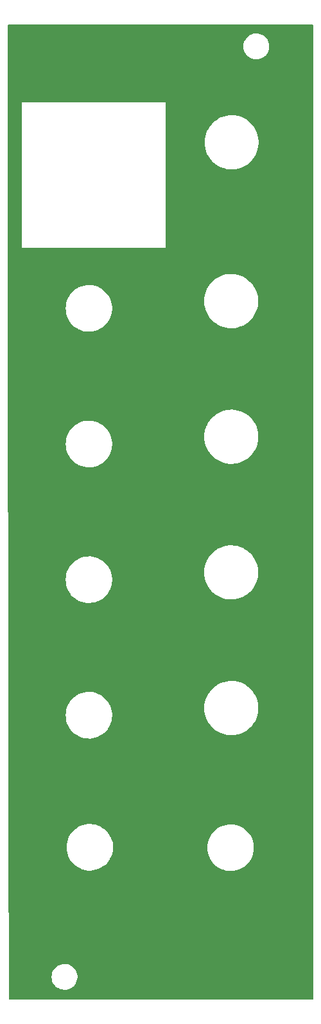
<source format=gbr>
%TF.GenerationSoftware,KiCad,Pcbnew,8.0.5*%
%TF.CreationDate,2024-10-13T13:29:01-04:00*%
%TF.ProjectId,2024.10.10 Bing Bong Drum Module FACEPLATE,32303234-2e31-4302-9e31-302042696e67,rev?*%
%TF.SameCoordinates,Original*%
%TF.FileFunction,Copper,L2,Bot*%
%TF.FilePolarity,Positive*%
%FSLAX46Y46*%
G04 Gerber Fmt 4.6, Leading zero omitted, Abs format (unit mm)*
G04 Created by KiCad (PCBNEW 8.0.5) date 2024-10-13 13:29:01*
%MOMM*%
%LPD*%
G01*
G04 APERTURE LIST*
G04 APERTURE END LIST*
%TA.AperFunction,NonConductor*%
G36*
X168243439Y-35743685D02*
G01*
X168289194Y-35796489D01*
X168300400Y-35848000D01*
X168300400Y-163870000D01*
X168280715Y-163937039D01*
X168227911Y-163982794D01*
X168176400Y-163994000D01*
X128292155Y-163994000D01*
X128225116Y-163974315D01*
X128179361Y-163921511D01*
X128168155Y-163870246D01*
X128162471Y-160999997D01*
X133797499Y-160999997D01*
X133797499Y-161000000D01*
X133817451Y-161259884D01*
X133817451Y-161259889D01*
X133876840Y-161513677D01*
X133876841Y-161513682D01*
X133974277Y-161755435D01*
X133974281Y-161755441D01*
X134107474Y-161979481D01*
X134273311Y-162180570D01*
X134374794Y-162271011D01*
X134467899Y-162353986D01*
X134467907Y-162353993D01*
X134686676Y-162495666D01*
X134686684Y-162495670D01*
X134924523Y-162602291D01*
X134924525Y-162602292D01*
X135034861Y-162632612D01*
X135175859Y-162671360D01*
X135434790Y-162701252D01*
X135695249Y-162691269D01*
X135951131Y-162641643D01*
X135951134Y-162641642D01*
X136196435Y-162553541D01*
X136196436Y-162553540D01*
X136196440Y-162553539D01*
X136425425Y-162429021D01*
X136632718Y-162271008D01*
X136813461Y-162083204D01*
X136963419Y-161870010D01*
X137079074Y-161636424D01*
X137157718Y-161387921D01*
X137197506Y-161130325D01*
X137200000Y-161000000D01*
X137197506Y-160869675D01*
X137157718Y-160612079D01*
X137079074Y-160363576D01*
X136963419Y-160129990D01*
X136813461Y-159916796D01*
X136632718Y-159728992D01*
X136425425Y-159570979D01*
X136295500Y-159500328D01*
X136196435Y-159446458D01*
X135951134Y-159358357D01*
X135695249Y-159308730D01*
X135434790Y-159298748D01*
X135175857Y-159328640D01*
X135175853Y-159328641D01*
X134924525Y-159397707D01*
X134924523Y-159397708D01*
X134686684Y-159504329D01*
X134686676Y-159504333D01*
X134467907Y-159646006D01*
X134467899Y-159646013D01*
X134273309Y-159819431D01*
X134107473Y-160020520D01*
X133974281Y-160244558D01*
X133974277Y-160244564D01*
X133876841Y-160486317D01*
X133876840Y-160486322D01*
X133817451Y-160740110D01*
X133817451Y-160740115D01*
X133797499Y-160999997D01*
X128162471Y-160999997D01*
X128128716Y-143953400D01*
X135768897Y-143953400D01*
X135788890Y-144303066D01*
X135848613Y-144648171D01*
X135848617Y-144648188D01*
X135947288Y-144984233D01*
X136083623Y-145306839D01*
X136083625Y-145306843D01*
X136083627Y-145306847D01*
X136112311Y-145357639D01*
X136255851Y-145611817D01*
X136255859Y-145611828D01*
X136397828Y-145807232D01*
X136461718Y-145895168D01*
X136698542Y-146153204D01*
X136893881Y-146322467D01*
X136963235Y-146382563D01*
X137252343Y-146580250D01*
X137252347Y-146580253D01*
X137252349Y-146580254D01*
X137562113Y-146743699D01*
X137857271Y-146858614D01*
X137888494Y-146870771D01*
X138227219Y-146959806D01*
X138227223Y-146959807D01*
X138573898Y-147009651D01*
X138748947Y-147014652D01*
X138923984Y-147019653D01*
X138923991Y-147019653D01*
X138923992Y-147019652D01*
X138923996Y-147019653D01*
X139272951Y-146989681D01*
X139272966Y-146989678D01*
X139616203Y-146920129D01*
X139616208Y-146920127D01*
X139616216Y-146920126D01*
X139949314Y-146811896D01*
X140267904Y-146666401D01*
X140567832Y-146485538D01*
X140845188Y-146271664D01*
X141096356Y-146027569D01*
X141318062Y-145756433D01*
X141474773Y-145512587D01*
X141507408Y-145461807D01*
X141507411Y-145461800D01*
X141507417Y-145461792D01*
X141661950Y-145147487D01*
X141779648Y-144817616D01*
X141819047Y-144648188D01*
X141858975Y-144476483D01*
X141873044Y-144353869D01*
X141898901Y-144128520D01*
X141900675Y-144004200D01*
X154336297Y-144004200D01*
X154356290Y-144353866D01*
X154416013Y-144698971D01*
X154416017Y-144698988D01*
X154514688Y-145035033D01*
X154651023Y-145357639D01*
X154651025Y-145357643D01*
X154651027Y-145357647D01*
X154709849Y-145461807D01*
X154823251Y-145662617D01*
X154823259Y-145662628D01*
X154992209Y-145895168D01*
X155029118Y-145945968D01*
X155265942Y-146204004D01*
X155472009Y-146382563D01*
X155530635Y-146433363D01*
X155819743Y-146631050D01*
X155819747Y-146631053D01*
X155819749Y-146631054D01*
X156129513Y-146794499D01*
X156325411Y-146870769D01*
X156455894Y-146921571D01*
X156790978Y-147009649D01*
X156794623Y-147010607D01*
X157141298Y-147060451D01*
X157316347Y-147065452D01*
X157491384Y-147070453D01*
X157491391Y-147070453D01*
X157491392Y-147070452D01*
X157491396Y-147070453D01*
X157840351Y-147040481D01*
X157840366Y-147040478D01*
X158183603Y-146970929D01*
X158183608Y-146970927D01*
X158183616Y-146970926D01*
X158516714Y-146862696D01*
X158835304Y-146717201D01*
X159135232Y-146536338D01*
X159412588Y-146322464D01*
X159663756Y-146078369D01*
X159885462Y-145807233D01*
X160011049Y-145611817D01*
X160074808Y-145512607D01*
X160074811Y-145512600D01*
X160074817Y-145512592D01*
X160229350Y-145198287D01*
X160347048Y-144868416D01*
X160386447Y-144698988D01*
X160426375Y-144527283D01*
X160432204Y-144476483D01*
X160466301Y-144179320D01*
X160468800Y-144004200D01*
X160466301Y-143829080D01*
X160426376Y-143481123D01*
X160426375Y-143481121D01*
X160426375Y-143481116D01*
X160347049Y-143139988D01*
X160347048Y-143139984D01*
X160229350Y-142810113D01*
X160074817Y-142495808D01*
X160074815Y-142495805D01*
X160074808Y-142495792D01*
X159885463Y-142201169D01*
X159885462Y-142201167D01*
X159843923Y-142150367D01*
X159663756Y-141930031D01*
X159412588Y-141685936D01*
X159412584Y-141685932D01*
X159412579Y-141685928D01*
X159135238Y-141472067D01*
X159135232Y-141472062D01*
X159135223Y-141472057D01*
X159135218Y-141472053D01*
X158835309Y-141291201D01*
X158835299Y-141291196D01*
X158516720Y-141145706D01*
X158183625Y-141037476D01*
X158183603Y-141037470D01*
X157840366Y-140967921D01*
X157840344Y-140967918D01*
X157491387Y-140937946D01*
X157141310Y-140947948D01*
X157141300Y-140947948D01*
X157141298Y-140947949D01*
X157141293Y-140947949D01*
X157141290Y-140947950D01*
X156794619Y-140997793D01*
X156455894Y-141086828D01*
X156129522Y-141213897D01*
X156129508Y-141213903D01*
X155819747Y-141377346D01*
X155819743Y-141377349D01*
X155530635Y-141575036D01*
X155265938Y-141804399D01*
X155029115Y-142062435D01*
X155029114Y-142062436D01*
X154823259Y-142345771D01*
X154823251Y-142345782D01*
X154651023Y-142650760D01*
X154514688Y-142973366D01*
X154416017Y-143309411D01*
X154416013Y-143309428D01*
X154356290Y-143654533D01*
X154336297Y-144004200D01*
X141900675Y-144004200D01*
X141901400Y-143953400D01*
X141898901Y-143778280D01*
X141858976Y-143430323D01*
X141858975Y-143430321D01*
X141858975Y-143430316D01*
X141779649Y-143089188D01*
X141738324Y-142973366D01*
X141661950Y-142759313D01*
X141507417Y-142445008D01*
X141507415Y-142445005D01*
X141507408Y-142444992D01*
X141318063Y-142150369D01*
X141318062Y-142150367D01*
X141246161Y-142062436D01*
X141096356Y-141879231D01*
X140845188Y-141635136D01*
X140845184Y-141635132D01*
X140845179Y-141635128D01*
X140567838Y-141421267D01*
X140567832Y-141421262D01*
X140567823Y-141421257D01*
X140567818Y-141421253D01*
X140267909Y-141240401D01*
X140267899Y-141240396D01*
X139949320Y-141094906D01*
X139616225Y-140986676D01*
X139616203Y-140986670D01*
X139272966Y-140917121D01*
X139272944Y-140917118D01*
X138923987Y-140887146D01*
X138573910Y-140897148D01*
X138573900Y-140897148D01*
X138573898Y-140897149D01*
X138573893Y-140897149D01*
X138573890Y-140897150D01*
X138227219Y-140946993D01*
X137888494Y-141036028D01*
X137562122Y-141163097D01*
X137562108Y-141163103D01*
X137252347Y-141326546D01*
X137252343Y-141326549D01*
X136963235Y-141524236D01*
X136698538Y-141753599D01*
X136461715Y-142011635D01*
X136461714Y-142011636D01*
X136255859Y-142294971D01*
X136255851Y-142294982D01*
X136083623Y-142599960D01*
X135947288Y-142922566D01*
X135848617Y-143258611D01*
X135848613Y-143258628D01*
X135788890Y-143603733D01*
X135768897Y-143953400D01*
X128128716Y-143953400D01*
X128094333Y-126590000D01*
X135651097Y-126590000D01*
X135671090Y-126939666D01*
X135730813Y-127284771D01*
X135730817Y-127284788D01*
X135829488Y-127620833D01*
X135965823Y-127943439D01*
X135965825Y-127943443D01*
X135965827Y-127943447D01*
X136031584Y-128059887D01*
X136138051Y-128248417D01*
X136138059Y-128248428D01*
X136281635Y-128446044D01*
X136343918Y-128531768D01*
X136580742Y-128789804D01*
X136738852Y-128926808D01*
X136845435Y-129019163D01*
X137134543Y-129216850D01*
X137134547Y-129216853D01*
X137134549Y-129216854D01*
X137444313Y-129380299D01*
X137739471Y-129495214D01*
X137770694Y-129507371D01*
X138109419Y-129596406D01*
X138109423Y-129596407D01*
X138456098Y-129646251D01*
X138631147Y-129651252D01*
X138806184Y-129656253D01*
X138806191Y-129656253D01*
X138806192Y-129656252D01*
X138806196Y-129656253D01*
X139155151Y-129626281D01*
X139155166Y-129626278D01*
X139498403Y-129556729D01*
X139498408Y-129556727D01*
X139498416Y-129556726D01*
X139831514Y-129448496D01*
X140150104Y-129303001D01*
X140450032Y-129122138D01*
X140727388Y-128908264D01*
X140978556Y-128664169D01*
X141200262Y-128393033D01*
X141326900Y-128195981D01*
X141389608Y-128098407D01*
X141389611Y-128098400D01*
X141389617Y-128098392D01*
X141544150Y-127784087D01*
X141661848Y-127454216D01*
X141684980Y-127354736D01*
X141741175Y-127113083D01*
X141761133Y-126939145D01*
X141781101Y-126765120D01*
X141783600Y-126590000D01*
X141781101Y-126414880D01*
X141741176Y-126066923D01*
X141741175Y-126066921D01*
X141741175Y-126066916D01*
X141661849Y-125725788D01*
X141631238Y-125639994D01*
X153935870Y-125639994D01*
X153935870Y-125640000D01*
X153956079Y-126019191D01*
X153956082Y-126019218D01*
X154016483Y-126394111D01*
X154016483Y-126394114D01*
X154116394Y-126760471D01*
X154116396Y-126760478D01*
X154254683Y-127114147D01*
X154254684Y-127114148D01*
X154429780Y-127451113D01*
X154639697Y-127767552D01*
X154639704Y-127767561D01*
X154882061Y-128059887D01*
X154882074Y-128059901D01*
X155154144Y-128324822D01*
X155452823Y-128559316D01*
X155452833Y-128559323D01*
X155774744Y-128760741D01*
X155774748Y-128760743D01*
X155774750Y-128760744D01*
X156116258Y-128926808D01*
X156473483Y-129055632D01*
X156473488Y-129055633D01*
X156473493Y-129055635D01*
X156842368Y-129145753D01*
X156842370Y-129145753D01*
X156842377Y-129145755D01*
X157218761Y-129196157D01*
X157598370Y-129206266D01*
X157976902Y-129175967D01*
X158350070Y-129105605D01*
X158713645Y-128995976D01*
X159063507Y-128848323D01*
X159395693Y-128664318D01*
X159395694Y-128664316D01*
X159395698Y-128664315D01*
X159584399Y-128531768D01*
X159706438Y-128446046D01*
X159992221Y-128195981D01*
X160249806Y-127916955D01*
X160476272Y-127612131D01*
X160669055Y-127284961D01*
X160825970Y-126939154D01*
X160945238Y-126578626D01*
X161025509Y-126207464D01*
X161065874Y-125829872D01*
X161068400Y-125640000D01*
X161065874Y-125450128D01*
X161025509Y-125072536D01*
X160945238Y-124701374D01*
X160825970Y-124340846D01*
X160669055Y-123995039D01*
X160476272Y-123667869D01*
X160249806Y-123363045D01*
X159992221Y-123084019D01*
X159992219Y-123084017D01*
X159992217Y-123084015D01*
X159706439Y-122833955D01*
X159706431Y-122833949D01*
X159395697Y-122615684D01*
X159395698Y-122615684D01*
X159063510Y-122431678D01*
X158713645Y-122284023D01*
X158350076Y-122174396D01*
X157976908Y-122104034D01*
X157976906Y-122104033D01*
X157976902Y-122104033D01*
X157598370Y-122073734D01*
X157598365Y-122073734D01*
X157598364Y-122073734D01*
X157218770Y-122083842D01*
X157218762Y-122083842D01*
X157218761Y-122083843D01*
X157218754Y-122083844D01*
X156842381Y-122134244D01*
X156842368Y-122134246D01*
X156473493Y-122224364D01*
X156116260Y-122353191D01*
X155774748Y-122519256D01*
X155774744Y-122519258D01*
X155452833Y-122720676D01*
X155452823Y-122720683D01*
X155154144Y-122955177D01*
X154882074Y-123220098D01*
X154882061Y-123220112D01*
X154639704Y-123512438D01*
X154639697Y-123512447D01*
X154429780Y-123828886D01*
X154257290Y-124160836D01*
X154254683Y-124165853D01*
X154117839Y-124515831D01*
X154116395Y-124519525D01*
X154116394Y-124519528D01*
X154016483Y-124885885D01*
X154016483Y-124885888D01*
X153956082Y-125260781D01*
X153956079Y-125260808D01*
X153935870Y-125639994D01*
X141631238Y-125639994D01*
X141544150Y-125395913D01*
X141389617Y-125081608D01*
X141389615Y-125081605D01*
X141389608Y-125081592D01*
X141200263Y-124786969D01*
X141200262Y-124786967D01*
X141130262Y-124701360D01*
X140978556Y-124515831D01*
X140727388Y-124271736D01*
X140727384Y-124271732D01*
X140727379Y-124271728D01*
X140450038Y-124057867D01*
X140450032Y-124057862D01*
X140450023Y-124057857D01*
X140450018Y-124057853D01*
X140150109Y-123877001D01*
X140150099Y-123876996D01*
X139831520Y-123731506D01*
X139498425Y-123623276D01*
X139498403Y-123623270D01*
X139155166Y-123553721D01*
X139155144Y-123553718D01*
X138806187Y-123523746D01*
X138456110Y-123533748D01*
X138456100Y-123533748D01*
X138456098Y-123533749D01*
X138456093Y-123533749D01*
X138456090Y-123533750D01*
X138109419Y-123583593D01*
X137770694Y-123672628D01*
X137444322Y-123799697D01*
X137444308Y-123799703D01*
X137134547Y-123963146D01*
X137134543Y-123963149D01*
X136845435Y-124160836D01*
X136580738Y-124390199D01*
X136343915Y-124648235D01*
X136343914Y-124648236D01*
X136138059Y-124931571D01*
X136138051Y-124931582D01*
X135965823Y-125236560D01*
X135829488Y-125559166D01*
X135730817Y-125895211D01*
X135730813Y-125895228D01*
X135671090Y-126240333D01*
X135651097Y-126590000D01*
X128094333Y-126590000D01*
X128059001Y-108747332D01*
X135651097Y-108747332D01*
X135671090Y-109096998D01*
X135730813Y-109442103D01*
X135730817Y-109442120D01*
X135829488Y-109778165D01*
X135965823Y-110100771D01*
X135965825Y-110100775D01*
X135965827Y-110100779D01*
X136030417Y-110215153D01*
X136138051Y-110405749D01*
X136138059Y-110405760D01*
X136280134Y-110601310D01*
X136343918Y-110689100D01*
X136580742Y-110947136D01*
X136736468Y-111082074D01*
X136845435Y-111176495D01*
X137134543Y-111374182D01*
X137134547Y-111374185D01*
X137134549Y-111374186D01*
X137444313Y-111537631D01*
X137739471Y-111652546D01*
X137770694Y-111664703D01*
X138109419Y-111753738D01*
X138109423Y-111753739D01*
X138456098Y-111803583D01*
X138631147Y-111808584D01*
X138806184Y-111813585D01*
X138806191Y-111813585D01*
X138806192Y-111813584D01*
X138806196Y-111813585D01*
X139155151Y-111783613D01*
X139155166Y-111783610D01*
X139498403Y-111714061D01*
X139498408Y-111714059D01*
X139498416Y-111714058D01*
X139831514Y-111605828D01*
X140150104Y-111460333D01*
X140450032Y-111279470D01*
X140727388Y-111065596D01*
X140978556Y-110821501D01*
X141200262Y-110550365D01*
X141328228Y-110351247D01*
X141389608Y-110255739D01*
X141389611Y-110255732D01*
X141389617Y-110255724D01*
X141544150Y-109941419D01*
X141661848Y-109611548D01*
X141701247Y-109442120D01*
X141741175Y-109270415D01*
X141761370Y-109094411D01*
X141781101Y-108922452D01*
X141783600Y-108747332D01*
X141781101Y-108572212D01*
X141741176Y-108224255D01*
X141741175Y-108224253D01*
X141741175Y-108224248D01*
X141661849Y-107883120D01*
X141630503Y-107795266D01*
X141630501Y-107795260D01*
X153912470Y-107795260D01*
X153912470Y-107795266D01*
X153932679Y-108174457D01*
X153932682Y-108174484D01*
X153993083Y-108549377D01*
X153993083Y-108549380D01*
X154092994Y-108915737D01*
X154092996Y-108915744D01*
X154231283Y-109269413D01*
X154406380Y-109606379D01*
X154616297Y-109922818D01*
X154616304Y-109922827D01*
X154858661Y-110215153D01*
X154858674Y-110215167D01*
X155130744Y-110480088D01*
X155429423Y-110714582D01*
X155429433Y-110714589D01*
X155751344Y-110916007D01*
X155751348Y-110916009D01*
X155751350Y-110916010D01*
X156092858Y-111082074D01*
X156450083Y-111210898D01*
X156450088Y-111210899D01*
X156450093Y-111210901D01*
X156818968Y-111301019D01*
X156818970Y-111301019D01*
X156818977Y-111301021D01*
X157195361Y-111351423D01*
X157574970Y-111361532D01*
X157953502Y-111331233D01*
X158326670Y-111260871D01*
X158690245Y-111151242D01*
X159040107Y-111003589D01*
X159372293Y-110819584D01*
X159372294Y-110819582D01*
X159372298Y-110819581D01*
X159521780Y-110714582D01*
X159683038Y-110601312D01*
X159968821Y-110351247D01*
X160226406Y-110072221D01*
X160452872Y-109767397D01*
X160645655Y-109440227D01*
X160802570Y-109094420D01*
X160921838Y-108733892D01*
X161002109Y-108362730D01*
X161042474Y-107985138D01*
X161045000Y-107795266D01*
X161042474Y-107605394D01*
X161002109Y-107227802D01*
X160921838Y-106856640D01*
X160802570Y-106496112D01*
X160645655Y-106150305D01*
X160452872Y-105823135D01*
X160421275Y-105780606D01*
X160369600Y-105711051D01*
X160226406Y-105518311D01*
X159968821Y-105239285D01*
X159968819Y-105239283D01*
X159968817Y-105239281D01*
X159683039Y-104989221D01*
X159683031Y-104989215D01*
X159372297Y-104770950D01*
X159372298Y-104770950D01*
X159040110Y-104586944D01*
X158690245Y-104439289D01*
X158326676Y-104329662D01*
X157953508Y-104259300D01*
X157953506Y-104259299D01*
X157953502Y-104259299D01*
X157574970Y-104229000D01*
X157574965Y-104229000D01*
X157574964Y-104229000D01*
X157195370Y-104239108D01*
X157195362Y-104239108D01*
X157195361Y-104239109D01*
X157195354Y-104239110D01*
X156818981Y-104289510D01*
X156818968Y-104289512D01*
X156450093Y-104379630D01*
X156092860Y-104508457D01*
X155751348Y-104674522D01*
X155751344Y-104674524D01*
X155429433Y-104875942D01*
X155429423Y-104875949D01*
X155130744Y-105110443D01*
X154858674Y-105375364D01*
X154858661Y-105375378D01*
X154616304Y-105667704D01*
X154616297Y-105667713D01*
X154406380Y-105984152D01*
X154286322Y-106215199D01*
X154231283Y-106321119D01*
X154092996Y-106674788D01*
X154092995Y-106674791D01*
X154092994Y-106674794D01*
X153993083Y-107041151D01*
X153993083Y-107041154D01*
X153932682Y-107416047D01*
X153932679Y-107416074D01*
X153912470Y-107795260D01*
X141630501Y-107795260D01*
X141544150Y-107553245D01*
X141389617Y-107238940D01*
X141389615Y-107238937D01*
X141389608Y-107238924D01*
X141200263Y-106944301D01*
X141200262Y-106944299D01*
X141128572Y-106856626D01*
X140978556Y-106673163D01*
X140727388Y-106429068D01*
X140727384Y-106429064D01*
X140727379Y-106429060D01*
X140450038Y-106215199D01*
X140450032Y-106215194D01*
X140450023Y-106215189D01*
X140450018Y-106215185D01*
X140150109Y-106034333D01*
X140150099Y-106034328D01*
X139831520Y-105888838D01*
X139498425Y-105780608D01*
X139498403Y-105780602D01*
X139155166Y-105711053D01*
X139155144Y-105711050D01*
X138806187Y-105681078D01*
X138456110Y-105691080D01*
X138456100Y-105691080D01*
X138456098Y-105691081D01*
X138456093Y-105691081D01*
X138456090Y-105691082D01*
X138109419Y-105740925D01*
X137770694Y-105829960D01*
X137444322Y-105957029D01*
X137444308Y-105957035D01*
X137134547Y-106120478D01*
X137134543Y-106120481D01*
X136845435Y-106318168D01*
X136580738Y-106547531D01*
X136343915Y-106805567D01*
X136343914Y-106805568D01*
X136138059Y-107088903D01*
X136138051Y-107088914D01*
X135965823Y-107393892D01*
X135829488Y-107716498D01*
X135730817Y-108052543D01*
X135730813Y-108052560D01*
X135671090Y-108397665D01*
X135651097Y-108747332D01*
X128059001Y-108747332D01*
X128023669Y-90904666D01*
X135651097Y-90904666D01*
X135671090Y-91254332D01*
X135730813Y-91599437D01*
X135730817Y-91599454D01*
X135829488Y-91935499D01*
X135965823Y-92258105D01*
X135965825Y-92258109D01*
X135965827Y-92258113D01*
X136138052Y-92563084D01*
X136343918Y-92846434D01*
X136465435Y-92978835D01*
X136550277Y-93071277D01*
X136580742Y-93104470D01*
X136813906Y-93306509D01*
X136845435Y-93333829D01*
X137134543Y-93531516D01*
X137134547Y-93531519D01*
X137134549Y-93531520D01*
X137444313Y-93694965D01*
X137739471Y-93809880D01*
X137770694Y-93822037D01*
X138109419Y-93911072D01*
X138109423Y-93911073D01*
X138456098Y-93960917D01*
X138631147Y-93965918D01*
X138806184Y-93970919D01*
X138806191Y-93970919D01*
X138806192Y-93970918D01*
X138806196Y-93970919D01*
X139155151Y-93940947D01*
X139155166Y-93940944D01*
X139498403Y-93871395D01*
X139498408Y-93871393D01*
X139498416Y-93871392D01*
X139831514Y-93763162D01*
X140150104Y-93617667D01*
X140450032Y-93436804D01*
X140727388Y-93222930D01*
X140978556Y-92978835D01*
X141200262Y-92707699D01*
X141329556Y-92506514D01*
X141389608Y-92413073D01*
X141389611Y-92413066D01*
X141389617Y-92413058D01*
X141544150Y-92098753D01*
X141661848Y-91768882D01*
X141701247Y-91599454D01*
X141741175Y-91427749D01*
X141761607Y-91249678D01*
X141781101Y-91079786D01*
X141783600Y-90904666D01*
X141781101Y-90729546D01*
X141741176Y-90381589D01*
X141741175Y-90381587D01*
X141741175Y-90381582D01*
X141661849Y-90040454D01*
X141661848Y-90040450D01*
X141629763Y-89950527D01*
X153935870Y-89950527D01*
X153935870Y-89950533D01*
X153956079Y-90329724D01*
X153956082Y-90329751D01*
X154016483Y-90704644D01*
X154016483Y-90704647D01*
X154116394Y-91071004D01*
X154116396Y-91071011D01*
X154254683Y-91424680D01*
X154429780Y-91761646D01*
X154639697Y-92078085D01*
X154639704Y-92078094D01*
X154882061Y-92370420D01*
X154882074Y-92370434D01*
X155154144Y-92635355D01*
X155452823Y-92869849D01*
X155452833Y-92869856D01*
X155774744Y-93071274D01*
X155774748Y-93071276D01*
X155774750Y-93071277D01*
X156116258Y-93237341D01*
X156473483Y-93366165D01*
X156473488Y-93366166D01*
X156473493Y-93366168D01*
X156842368Y-93456286D01*
X156842370Y-93456286D01*
X156842377Y-93456288D01*
X157218761Y-93506690D01*
X157598370Y-93516799D01*
X157976902Y-93486500D01*
X158350070Y-93416138D01*
X158713645Y-93306509D01*
X159063507Y-93158856D01*
X159395693Y-92974851D01*
X159395694Y-92974849D01*
X159395698Y-92974848D01*
X159578515Y-92846434D01*
X159706438Y-92756579D01*
X159992221Y-92506514D01*
X160249806Y-92227488D01*
X160476272Y-91922664D01*
X160669055Y-91595494D01*
X160825970Y-91249687D01*
X160945238Y-90889159D01*
X161025509Y-90517997D01*
X161065874Y-90140405D01*
X161068400Y-89950533D01*
X161065874Y-89760661D01*
X161025509Y-89383069D01*
X160945238Y-89011907D01*
X160825970Y-88651379D01*
X160669055Y-88305572D01*
X160476272Y-87978402D01*
X160249806Y-87673578D01*
X159992221Y-87394552D01*
X159992219Y-87394550D01*
X159992217Y-87394548D01*
X159706439Y-87144488D01*
X159706431Y-87144482D01*
X159395697Y-86926217D01*
X159395698Y-86926217D01*
X159063510Y-86742211D01*
X158713645Y-86594556D01*
X158350076Y-86484929D01*
X157976908Y-86414567D01*
X157976906Y-86414566D01*
X157976902Y-86414566D01*
X157598370Y-86384267D01*
X157598365Y-86384267D01*
X157598364Y-86384267D01*
X157218770Y-86394375D01*
X157218762Y-86394375D01*
X157218761Y-86394376D01*
X157218754Y-86394377D01*
X156842381Y-86444777D01*
X156842368Y-86444779D01*
X156473493Y-86534897D01*
X156116260Y-86663724D01*
X155774748Y-86829789D01*
X155774744Y-86829791D01*
X155452833Y-87031209D01*
X155452823Y-87031216D01*
X155154144Y-87265710D01*
X154882074Y-87530631D01*
X154882061Y-87530645D01*
X154639704Y-87822971D01*
X154639697Y-87822980D01*
X154429780Y-88139419D01*
X154308648Y-88372533D01*
X154254683Y-88476386D01*
X154165346Y-88704865D01*
X154116395Y-88830058D01*
X154116394Y-88830061D01*
X154016483Y-89196418D01*
X154016483Y-89196421D01*
X153956082Y-89571314D01*
X153956079Y-89571341D01*
X153935870Y-89950527D01*
X141629763Y-89950527D01*
X141544150Y-89710579D01*
X141389617Y-89396274D01*
X141389615Y-89396271D01*
X141389608Y-89396258D01*
X141200263Y-89101635D01*
X141200262Y-89101633D01*
X140978556Y-88830497D01*
X140727388Y-88586402D01*
X140727384Y-88586398D01*
X140727379Y-88586394D01*
X140450038Y-88372533D01*
X140450032Y-88372528D01*
X140450023Y-88372523D01*
X140450018Y-88372519D01*
X140150109Y-88191667D01*
X140150099Y-88191662D01*
X139831520Y-88046172D01*
X139498425Y-87937942D01*
X139498403Y-87937936D01*
X139155166Y-87868387D01*
X139155144Y-87868384D01*
X138806187Y-87838412D01*
X138456110Y-87848414D01*
X138456100Y-87848414D01*
X138456098Y-87848415D01*
X138456093Y-87848415D01*
X138456090Y-87848416D01*
X138109419Y-87898259D01*
X137770694Y-87987294D01*
X137444322Y-88114363D01*
X137444308Y-88114369D01*
X137134547Y-88277812D01*
X137134543Y-88277815D01*
X136845435Y-88475502D01*
X136580738Y-88704865D01*
X136343915Y-88962901D01*
X136343914Y-88962902D01*
X136138059Y-89246237D01*
X136138051Y-89246248D01*
X135965823Y-89551226D01*
X135829488Y-89873832D01*
X135730817Y-90209877D01*
X135730813Y-90209894D01*
X135671090Y-90554999D01*
X135651097Y-90904666D01*
X128023669Y-90904666D01*
X128000400Y-79154000D01*
X128000400Y-73062000D01*
X135651097Y-73062000D01*
X135671090Y-73411666D01*
X135730813Y-73756771D01*
X135730817Y-73756788D01*
X135829488Y-74092833D01*
X135965823Y-74415439D01*
X135965825Y-74415443D01*
X135965827Y-74415447D01*
X136028089Y-74525698D01*
X136138051Y-74720417D01*
X136138059Y-74720428D01*
X136277135Y-74911850D01*
X136343918Y-75003768D01*
X136465435Y-75136169D01*
X136548380Y-75226544D01*
X136580742Y-75261804D01*
X136731697Y-75392608D01*
X136845435Y-75491163D01*
X137134543Y-75688850D01*
X137134547Y-75688853D01*
X137134549Y-75688854D01*
X137444313Y-75852299D01*
X137739471Y-75967214D01*
X137770694Y-75979371D01*
X138109419Y-76068406D01*
X138109423Y-76068407D01*
X138456098Y-76118251D01*
X138631147Y-76123252D01*
X138806184Y-76128253D01*
X138806191Y-76128253D01*
X138806192Y-76128252D01*
X138806196Y-76128253D01*
X139155151Y-76098281D01*
X139155166Y-76098278D01*
X139498403Y-76028729D01*
X139498408Y-76028727D01*
X139498416Y-76028726D01*
X139831514Y-75920496D01*
X140150104Y-75775001D01*
X140450032Y-75594138D01*
X140727388Y-75380264D01*
X140978556Y-75136169D01*
X141200262Y-74865033D01*
X141330885Y-74661781D01*
X141389608Y-74570407D01*
X141389611Y-74570400D01*
X141389617Y-74570392D01*
X141544150Y-74256087D01*
X141661848Y-73926216D01*
X141701247Y-73756788D01*
X141741175Y-73585083D01*
X141741176Y-73585077D01*
X141781101Y-73237120D01*
X141783600Y-73062000D01*
X141781101Y-72886880D01*
X141741176Y-72538923D01*
X141741175Y-72538921D01*
X141741175Y-72538916D01*
X141661849Y-72197788D01*
X141629028Y-72105800D01*
X141629026Y-72105794D01*
X153912470Y-72105794D01*
X153912470Y-72105800D01*
X153932679Y-72484991D01*
X153932682Y-72485018D01*
X153993083Y-72859911D01*
X153993083Y-72859914D01*
X154043406Y-73044439D01*
X154092996Y-73226278D01*
X154231283Y-73579947D01*
X154323175Y-73756788D01*
X154406380Y-73916913D01*
X154616297Y-74233352D01*
X154616304Y-74233361D01*
X154858661Y-74525687D01*
X154858674Y-74525701D01*
X155130744Y-74790622D01*
X155429423Y-75025116D01*
X155429433Y-75025123D01*
X155751344Y-75226541D01*
X155751348Y-75226543D01*
X155751350Y-75226544D01*
X156092858Y-75392608D01*
X156450083Y-75521432D01*
X156450088Y-75521433D01*
X156450093Y-75521435D01*
X156818968Y-75611553D01*
X156818970Y-75611553D01*
X156818977Y-75611555D01*
X157195361Y-75661957D01*
X157574970Y-75672066D01*
X157953502Y-75641767D01*
X158326670Y-75571405D01*
X158690245Y-75461776D01*
X159040107Y-75314123D01*
X159372293Y-75130118D01*
X159372294Y-75130116D01*
X159372298Y-75130115D01*
X159552179Y-75003763D01*
X159683038Y-74911846D01*
X159968821Y-74661781D01*
X160226406Y-74382755D01*
X160452872Y-74077931D01*
X160645655Y-73750761D01*
X160802570Y-73404954D01*
X160921838Y-73044426D01*
X161002109Y-72673264D01*
X161042474Y-72295672D01*
X161045000Y-72105800D01*
X161042474Y-71915928D01*
X161002109Y-71538336D01*
X160921838Y-71167174D01*
X160802570Y-70806646D01*
X160645655Y-70460839D01*
X160452872Y-70133669D01*
X160226406Y-69828845D01*
X159968821Y-69549819D01*
X159968819Y-69549817D01*
X159968817Y-69549815D01*
X159683039Y-69299755D01*
X159683031Y-69299749D01*
X159372297Y-69081484D01*
X159372298Y-69081484D01*
X159040110Y-68897478D01*
X158690245Y-68749823D01*
X158326676Y-68640196D01*
X157953508Y-68569834D01*
X157953506Y-68569833D01*
X157953502Y-68569833D01*
X157574970Y-68539534D01*
X157574965Y-68539534D01*
X157574964Y-68539534D01*
X157195370Y-68549642D01*
X157195362Y-68549642D01*
X157195361Y-68549643D01*
X157195354Y-68549644D01*
X156818981Y-68600044D01*
X156818968Y-68600046D01*
X156450093Y-68690164D01*
X156092860Y-68818991D01*
X155751348Y-68985056D01*
X155751344Y-68985058D01*
X155429433Y-69186476D01*
X155429423Y-69186483D01*
X155130744Y-69420977D01*
X154858674Y-69685898D01*
X154858661Y-69685912D01*
X154616304Y-69978238D01*
X154616297Y-69978247D01*
X154406380Y-70294686D01*
X154284181Y-70529853D01*
X154231283Y-70631653D01*
X154141139Y-70862196D01*
X154092995Y-70985325D01*
X154092994Y-70985328D01*
X153993083Y-71351685D01*
X153993083Y-71351688D01*
X153932682Y-71726581D01*
X153932679Y-71726608D01*
X153912470Y-72105794D01*
X141629026Y-72105794D01*
X141544150Y-71867913D01*
X141389617Y-71553608D01*
X141389615Y-71553605D01*
X141389608Y-71553592D01*
X141200263Y-71258969D01*
X141200262Y-71258967D01*
X141125217Y-71167191D01*
X140978556Y-70987831D01*
X140978553Y-70987828D01*
X140727384Y-70743732D01*
X140727379Y-70743728D01*
X140450038Y-70529867D01*
X140450032Y-70529862D01*
X140450023Y-70529857D01*
X140450018Y-70529853D01*
X140150109Y-70349001D01*
X140150099Y-70348996D01*
X139831520Y-70203506D01*
X139498425Y-70095276D01*
X139498403Y-70095270D01*
X139155166Y-70025721D01*
X139155144Y-70025718D01*
X138806187Y-69995746D01*
X138456110Y-70005748D01*
X138456100Y-70005748D01*
X138456098Y-70005749D01*
X138456093Y-70005749D01*
X138456090Y-70005750D01*
X138109419Y-70055593D01*
X137770694Y-70144628D01*
X137444322Y-70271697D01*
X137444308Y-70271703D01*
X137134547Y-70435146D01*
X137134543Y-70435149D01*
X136845435Y-70632836D01*
X136580738Y-70862199D01*
X136343915Y-71120235D01*
X136343914Y-71120236D01*
X136138059Y-71403571D01*
X136138051Y-71403582D01*
X135965823Y-71708560D01*
X135829488Y-72031166D01*
X135730817Y-72367211D01*
X135730813Y-72367228D01*
X135671090Y-72712333D01*
X135651097Y-73062000D01*
X128000400Y-73062000D01*
X128000400Y-65086400D01*
X129870200Y-65086400D01*
X148869400Y-65086400D01*
X148869400Y-51217994D01*
X153975870Y-51217994D01*
X153975870Y-51218000D01*
X153996079Y-51597191D01*
X153996082Y-51597218D01*
X154056483Y-51972111D01*
X154056483Y-51972114D01*
X154106806Y-52156639D01*
X154156396Y-52338478D01*
X154294683Y-52692147D01*
X154294684Y-52692148D01*
X154469780Y-53029113D01*
X154679697Y-53345552D01*
X154679704Y-53345561D01*
X154922061Y-53637887D01*
X154922074Y-53637901D01*
X155194144Y-53902822D01*
X155492823Y-54137316D01*
X155492833Y-54137323D01*
X155814744Y-54338741D01*
X155814748Y-54338743D01*
X155814750Y-54338744D01*
X156156258Y-54504808D01*
X156513483Y-54633632D01*
X156513488Y-54633633D01*
X156513493Y-54633635D01*
X156882368Y-54723753D01*
X156882370Y-54723753D01*
X156882377Y-54723755D01*
X157258761Y-54774157D01*
X157638370Y-54784266D01*
X158016902Y-54753967D01*
X158390070Y-54683605D01*
X158753645Y-54573976D01*
X159103507Y-54426323D01*
X159435693Y-54242318D01*
X159435694Y-54242316D01*
X159435698Y-54242315D01*
X159585180Y-54137316D01*
X159746438Y-54024046D01*
X160032221Y-53773981D01*
X160289806Y-53494955D01*
X160516272Y-53190131D01*
X160709055Y-52862961D01*
X160865970Y-52517154D01*
X160985238Y-52156626D01*
X161065509Y-51785464D01*
X161105874Y-51407872D01*
X161108400Y-51218000D01*
X161105874Y-51028128D01*
X161065509Y-50650536D01*
X160985238Y-50279374D01*
X160865970Y-49918846D01*
X160709055Y-49573039D01*
X160516272Y-49245869D01*
X160289806Y-48941045D01*
X160032221Y-48662019D01*
X160032219Y-48662017D01*
X160032217Y-48662015D01*
X159746439Y-48411955D01*
X159746431Y-48411949D01*
X159435697Y-48193684D01*
X159435698Y-48193684D01*
X159103510Y-48009678D01*
X158753645Y-47862023D01*
X158390076Y-47752396D01*
X158016908Y-47682034D01*
X158016906Y-47682033D01*
X158016902Y-47682033D01*
X157638370Y-47651734D01*
X157638365Y-47651734D01*
X157638364Y-47651734D01*
X157258770Y-47661842D01*
X157258762Y-47661842D01*
X157258761Y-47661843D01*
X157258754Y-47661844D01*
X156882381Y-47712244D01*
X156882368Y-47712246D01*
X156513493Y-47802364D01*
X156156260Y-47931191D01*
X155814748Y-48097256D01*
X155814744Y-48097258D01*
X155492833Y-48298676D01*
X155492823Y-48298683D01*
X155194144Y-48533177D01*
X154922074Y-48798098D01*
X154922061Y-48798112D01*
X154679704Y-49090438D01*
X154679697Y-49090447D01*
X154469780Y-49406886D01*
X154294684Y-49743851D01*
X154294683Y-49743853D01*
X154156396Y-50097522D01*
X154156395Y-50097525D01*
X154156394Y-50097528D01*
X154056483Y-50463885D01*
X154056483Y-50463888D01*
X153996082Y-50838781D01*
X153996079Y-50838808D01*
X153975870Y-51217994D01*
X148869400Y-51217994D01*
X148869400Y-45985600D01*
X129870200Y-45985600D01*
X129870200Y-65086400D01*
X128000400Y-65086400D01*
X128000400Y-38599997D01*
X159097499Y-38599997D01*
X159097499Y-38600000D01*
X159117451Y-38859884D01*
X159117451Y-38859889D01*
X159176840Y-39113677D01*
X159176841Y-39113682D01*
X159274277Y-39355435D01*
X159274281Y-39355441D01*
X159407474Y-39579481D01*
X159573311Y-39780570D01*
X159674794Y-39871011D01*
X159767899Y-39953986D01*
X159767907Y-39953993D01*
X159986676Y-40095666D01*
X159986684Y-40095670D01*
X160224523Y-40202291D01*
X160224525Y-40202292D01*
X160334861Y-40232612D01*
X160475859Y-40271360D01*
X160734790Y-40301252D01*
X160995249Y-40291269D01*
X161251131Y-40241643D01*
X161251134Y-40241642D01*
X161496435Y-40153541D01*
X161496436Y-40153540D01*
X161496440Y-40153539D01*
X161725425Y-40029021D01*
X161932718Y-39871008D01*
X162113461Y-39683204D01*
X162263419Y-39470010D01*
X162379074Y-39236424D01*
X162457718Y-38987921D01*
X162497506Y-38730325D01*
X162500000Y-38600000D01*
X162497506Y-38469675D01*
X162457718Y-38212079D01*
X162379074Y-37963576D01*
X162263419Y-37729990D01*
X162113461Y-37516796D01*
X161932718Y-37328992D01*
X161725425Y-37170979D01*
X161595500Y-37100328D01*
X161496435Y-37046458D01*
X161251134Y-36958357D01*
X160995249Y-36908730D01*
X160734790Y-36898748D01*
X160475857Y-36928640D01*
X160475853Y-36928641D01*
X160224525Y-36997707D01*
X160224523Y-36997708D01*
X159986684Y-37104329D01*
X159986676Y-37104333D01*
X159767907Y-37246006D01*
X159767899Y-37246013D01*
X159573309Y-37419431D01*
X159407473Y-37620520D01*
X159274281Y-37844558D01*
X159274277Y-37844564D01*
X159176841Y-38086317D01*
X159176840Y-38086322D01*
X159117451Y-38340110D01*
X159117451Y-38340115D01*
X159097499Y-38599997D01*
X128000400Y-38599997D01*
X128000400Y-35848000D01*
X128020085Y-35780961D01*
X128072889Y-35735206D01*
X128124400Y-35724000D01*
X168176400Y-35724000D01*
X168243439Y-35743685D01*
G37*
%TD.AperFunction*%
M02*

</source>
